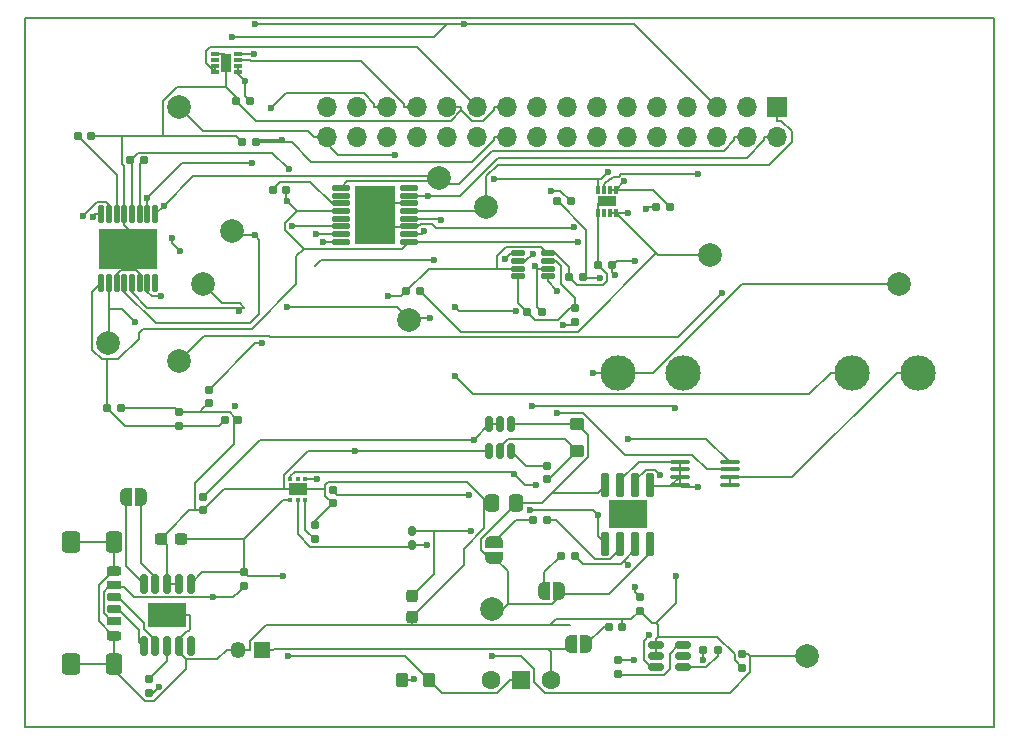
<source format=gbr>
%TF.GenerationSoftware,KiCad,Pcbnew,9.0.0*%
%TF.CreationDate,2025-03-28T21:29:49+02:00*%
%TF.ProjectId,project,70726f6a-6563-4742-9e6b-696361645f70,rev?*%
%TF.SameCoordinates,Original*%
%TF.FileFunction,Copper,L1,Top*%
%TF.FilePolarity,Positive*%
%FSLAX46Y46*%
G04 Gerber Fmt 4.6, Leading zero omitted, Abs format (unit mm)*
G04 Created by KiCad (PCBNEW 9.0.0) date 2025-03-28 21:29:49*
%MOMM*%
%LPD*%
G01*
G04 APERTURE LIST*
G04 Aperture macros list*
%AMRoundRect*
0 Rectangle with rounded corners*
0 $1 Rounding radius*
0 $2 $3 $4 $5 $6 $7 $8 $9 X,Y pos of 4 corners*
0 Add a 4 corners polygon primitive as box body*
4,1,4,$2,$3,$4,$5,$6,$7,$8,$9,$2,$3,0*
0 Add four circle primitives for the rounded corners*
1,1,$1+$1,$2,$3*
1,1,$1+$1,$4,$5*
1,1,$1+$1,$6,$7*
1,1,$1+$1,$8,$9*
0 Add four rect primitives between the rounded corners*
20,1,$1+$1,$2,$3,$4,$5,0*
20,1,$1+$1,$4,$5,$6,$7,0*
20,1,$1+$1,$6,$7,$8,$9,0*
20,1,$1+$1,$8,$9,$2,$3,0*%
%AMFreePoly0*
4,1,23,0.000000,0.745722,0.065263,0.745722,0.191342,0.711940,0.304381,0.646677,0.396677,0.554381,0.461940,0.441342,0.495722,0.315263,0.495722,0.250000,0.500000,0.250000,0.500000,-0.250000,0.495722,-0.250000,0.495722,-0.315263,0.461940,-0.441342,0.396677,-0.554381,0.304381,-0.646677,0.191342,-0.711940,0.065263,-0.745722,0.000000,-0.745722,0.000000,-0.750000,-0.500000,-0.750000,
-0.500000,0.750000,0.000000,0.750000,0.000000,0.745722,0.000000,0.745722,$1*%
%AMFreePoly1*
4,1,23,0.500000,-0.750000,0.000000,-0.750000,0.000000,-0.745722,-0.065263,-0.745722,-0.191342,-0.711940,-0.304381,-0.646677,-0.396677,-0.554381,-0.461940,-0.441342,-0.495722,-0.315263,-0.495722,-0.250000,-0.500000,-0.250000,-0.500000,0.250000,-0.495722,0.250000,-0.495722,0.315263,-0.461940,0.441342,-0.396677,0.554381,-0.304381,0.646677,-0.191342,0.711940,-0.065263,0.745722,0.000000,0.745722,
0.000000,0.750000,0.500000,0.750000,0.500000,-0.750000,0.500000,-0.750000,$1*%
G04 Aperture macros list end*
%TA.AperFunction,Conductor*%
%ADD10C,0.200000*%
%TD*%
%TA.AperFunction,SMDPad,CuDef*%
%ADD11RoundRect,0.150000X0.512500X0.150000X-0.512500X0.150000X-0.512500X-0.150000X0.512500X-0.150000X0*%
%TD*%
%TA.AperFunction,SMDPad,CuDef*%
%ADD12R,3.302000X2.413000*%
%TD*%
%TA.AperFunction,SMDPad,CuDef*%
%ADD13RoundRect,0.075000X-0.225000X0.910000X-0.225000X-0.910000X0.225000X-0.910000X0.225000X0.910000X0*%
%TD*%
%TA.AperFunction,SMDPad,CuDef*%
%ADD14RoundRect,0.160000X0.197500X0.160000X-0.197500X0.160000X-0.197500X-0.160000X0.197500X-0.160000X0*%
%TD*%
%TA.AperFunction,SMDPad,CuDef*%
%ADD15RoundRect,0.160000X-0.160000X0.197500X-0.160000X-0.197500X0.160000X-0.197500X0.160000X0.197500X0*%
%TD*%
%TA.AperFunction,SMDPad,CuDef*%
%ADD16RoundRect,0.160000X-0.197500X-0.160000X0.197500X-0.160000X0.197500X0.160000X-0.197500X0.160000X0*%
%TD*%
%TA.AperFunction,SMDPad,CuDef*%
%ADD17RoundRect,0.060000X-0.545000X-0.180000X0.545000X-0.180000X0.545000X0.180000X-0.545000X0.180000X0*%
%TD*%
%TA.AperFunction,SMDPad,CuDef*%
%ADD18RoundRect,0.250000X0.337500X0.475000X-0.337500X0.475000X-0.337500X-0.475000X0.337500X-0.475000X0*%
%TD*%
%TA.AperFunction,SMDPad,CuDef*%
%ADD19C,2.000000*%
%TD*%
%TA.AperFunction,SMDPad,CuDef*%
%ADD20RoundRect,0.150000X-0.150000X0.512500X-0.150000X-0.512500X0.150000X-0.512500X0.150000X0.512500X0*%
%TD*%
%TA.AperFunction,HeatsinkPad*%
%ADD21R,3.300000X2.100000*%
%TD*%
%TA.AperFunction,SMDPad,CuDef*%
%ADD22RoundRect,0.150000X-0.150000X0.687500X-0.150000X-0.687500X0.150000X-0.687500X0.150000X0.687500X0*%
%TD*%
%TA.AperFunction,ComponentPad*%
%ADD23R,1.500000X1.500000*%
%TD*%
%TA.AperFunction,ComponentPad*%
%ADD24C,1.600000*%
%TD*%
%TA.AperFunction,ComponentPad*%
%ADD25C,3.000000*%
%TD*%
%TA.AperFunction,ComponentPad*%
%ADD26O,3.000000X3.000000*%
%TD*%
%TA.AperFunction,SMDPad,CuDef*%
%ADD27RoundRect,0.250000X0.275000X0.350000X-0.275000X0.350000X-0.275000X-0.350000X0.275000X-0.350000X0*%
%TD*%
%TA.AperFunction,SMDPad,CuDef*%
%ADD28FreePoly0,180.000000*%
%TD*%
%TA.AperFunction,SMDPad,CuDef*%
%ADD29FreePoly1,180.000000*%
%TD*%
%TA.AperFunction,SMDPad,CuDef*%
%ADD30FreePoly1,0.000000*%
%TD*%
%TA.AperFunction,SMDPad,CuDef*%
%ADD31FreePoly0,0.000000*%
%TD*%
%TA.AperFunction,SMDPad,CuDef*%
%ADD32RoundRect,0.237500X-0.237500X0.300000X-0.237500X-0.300000X0.237500X-0.300000X0.237500X0.300000X0*%
%TD*%
%TA.AperFunction,SMDPad,CuDef*%
%ADD33RoundRect,0.155000X0.212500X0.155000X-0.212500X0.155000X-0.212500X-0.155000X0.212500X-0.155000X0*%
%TD*%
%TA.AperFunction,SMDPad,CuDef*%
%ADD34RoundRect,0.155000X-0.212500X-0.155000X0.212500X-0.155000X0.212500X0.155000X-0.212500X0.155000X0*%
%TD*%
%TA.AperFunction,SMDPad,CuDef*%
%ADD35RoundRect,0.155000X-0.155000X0.212500X-0.155000X-0.212500X0.155000X-0.212500X0.155000X0.212500X0*%
%TD*%
%TA.AperFunction,SMDPad,CuDef*%
%ADD36RoundRect,0.237500X0.300000X0.237500X-0.300000X0.237500X-0.300000X-0.237500X0.300000X-0.237500X0*%
%TD*%
%TA.AperFunction,ComponentPad*%
%ADD37R,1.350000X1.350000*%
%TD*%
%TA.AperFunction,ComponentPad*%
%ADD38O,1.350000X1.350000*%
%TD*%
%TA.AperFunction,SMDPad,CuDef*%
%ADD39FreePoly1,270.000000*%
%TD*%
%TA.AperFunction,SMDPad,CuDef*%
%ADD40FreePoly0,270.000000*%
%TD*%
%TA.AperFunction,SMDPad,CuDef*%
%ADD41RoundRect,0.093750X-0.106250X0.093750X-0.106250X-0.093750X0.106250X-0.093750X0.106250X0.093750X0*%
%TD*%
%TA.AperFunction,HeatsinkPad*%
%ADD42R,1.600000X1.000000*%
%TD*%
%TA.AperFunction,SMDPad,CuDef*%
%ADD43RoundRect,0.155000X0.155000X-0.212500X0.155000X0.212500X-0.155000X0.212500X-0.155000X-0.212500X0*%
%TD*%
%TA.AperFunction,SMDPad,CuDef*%
%ADD44RoundRect,0.056250X0.693750X0.168750X-0.693750X0.168750X-0.693750X-0.168750X0.693750X-0.168750X0*%
%TD*%
%TA.AperFunction,SMDPad,CuDef*%
%ADD45R,3.400000X5.000000*%
%TD*%
%TA.AperFunction,ComponentPad*%
%ADD46C,0.300000*%
%TD*%
%TA.AperFunction,SMDPad,CuDef*%
%ADD47RoundRect,0.035000X-0.105000X0.335000X-0.105000X-0.335000X0.105000X-0.335000X0.105000X0.335000X0*%
%TD*%
%TA.AperFunction,SMDPad,CuDef*%
%ADD48R,1.600000X0.900000*%
%TD*%
%TA.AperFunction,ComponentPad*%
%ADD49C,0.400000*%
%TD*%
%TA.AperFunction,SMDPad,CuDef*%
%ADD50RoundRect,0.250000X0.350000X-0.275000X0.350000X0.275000X-0.350000X0.275000X-0.350000X-0.275000X0*%
%TD*%
%TA.AperFunction,ComponentPad*%
%ADD51O,1.700000X1.700000*%
%TD*%
%TA.AperFunction,ComponentPad*%
%ADD52R,1.700000X1.700000*%
%TD*%
%TA.AperFunction,SMDPad,CuDef*%
%ADD53RoundRect,0.100000X0.712500X0.100000X-0.712500X0.100000X-0.712500X-0.100000X0.712500X-0.100000X0*%
%TD*%
%TA.AperFunction,SMDPad,CuDef*%
%ADD54RoundRect,0.035000X0.335000X0.105000X-0.335000X0.105000X-0.335000X-0.105000X0.335000X-0.105000X0*%
%TD*%
%TA.AperFunction,SMDPad,CuDef*%
%ADD55R,0.900000X1.600000*%
%TD*%
%TA.AperFunction,SMDPad,CuDef*%
%ADD56RoundRect,0.056250X0.168750X-0.693750X0.168750X0.693750X-0.168750X0.693750X-0.168750X-0.693750X0*%
%TD*%
%TA.AperFunction,SMDPad,CuDef*%
%ADD57R,5.000000X3.400000*%
%TD*%
%TA.AperFunction,SMDPad,CuDef*%
%ADD58RoundRect,0.175000X-0.425000X0.175000X-0.425000X-0.175000X0.425000X-0.175000X0.425000X0.175000X0*%
%TD*%
%TA.AperFunction,SMDPad,CuDef*%
%ADD59RoundRect,0.190000X0.410000X-0.190000X0.410000X0.190000X-0.410000X0.190000X-0.410000X-0.190000X0*%
%TD*%
%TA.AperFunction,SMDPad,CuDef*%
%ADD60RoundRect,0.200000X0.400000X-0.200000X0.400000X0.200000X-0.400000X0.200000X-0.400000X-0.200000X0*%
%TD*%
%TA.AperFunction,SMDPad,CuDef*%
%ADD61RoundRect,0.175000X0.425000X-0.175000X0.425000X0.175000X-0.425000X0.175000X-0.425000X-0.175000X0*%
%TD*%
%TA.AperFunction,SMDPad,CuDef*%
%ADD62RoundRect,0.190000X-0.410000X0.190000X-0.410000X-0.190000X0.410000X-0.190000X0.410000X0.190000X0*%
%TD*%
%TA.AperFunction,SMDPad,CuDef*%
%ADD63RoundRect,0.200000X-0.400000X0.200000X-0.400000X-0.200000X0.400000X-0.200000X0.400000X0.200000X0*%
%TD*%
%TA.AperFunction,SMDPad,CuDef*%
%ADD64RoundRect,0.250000X-0.425000X0.650000X-0.425000X-0.650000X0.425000X-0.650000X0.425000X0.650000X0*%
%TD*%
%TA.AperFunction,SMDPad,CuDef*%
%ADD65RoundRect,0.250000X-0.500000X0.650000X-0.500000X-0.650000X0.500000X-0.650000X0.500000X0.650000X0*%
%TD*%
%TA.AperFunction,SMDPad,CuDef*%
%ADD66RoundRect,0.160000X0.160000X-0.197500X0.160000X0.197500X-0.160000X0.197500X-0.160000X-0.197500X0*%
%TD*%
%TA.AperFunction,SMDPad,CuDef*%
%ADD67RoundRect,0.160000X-0.160000X0.222500X-0.160000X-0.222500X0.160000X-0.222500X0.160000X0.222500X0*%
%TD*%
%TA.AperFunction,ViaPad*%
%ADD68C,0.600000*%
%TD*%
G04 APERTURE END LIST*
%TO.N,Net-(U8-IN-)*%
D10*
X95500000Y-59500000D02*
X177500000Y-59500000D01*
X177500000Y-119500000D01*
X95500000Y-119500000D01*
X95500000Y-59500000D01*
%TD*%
D11*
%TO.P,U11,1*%
%TO.N,Net-(R15-Pad2)*%
X151137500Y-114450000D03*
%TO.P,U11,2*%
%TO.N,/3V3 Out*%
X151137500Y-113500000D03*
%TO.P,U11,3*%
%TO.N,Net-(R11-Pad2)*%
X151137500Y-112550000D03*
%TO.P,U11,4*%
%TO.N,GND*%
X148862500Y-112550000D03*
%TO.P,U11,5*%
X148862500Y-113500000D03*
%TO.P,U11,6*%
%TO.N,/FAST_CHARGE_CTRL*%
X148862500Y-114450000D03*
%TD*%
D12*
%TO.P,U5,9,EP*%
%TO.N,unconnected-(U5-EP-Pad9)*%
X146500000Y-101500000D03*
D13*
%TO.P,U5,8,CE*%
%TO.N,Net-(JP2-B)*%
X148405000Y-103975000D03*
%TO.P,U5,7,~{CHRG}*%
%TO.N,Net-(U5-~{CHRG})*%
X147135000Y-103975000D03*
%TO.P,U5,6,~{STDBY}*%
%TO.N,Net-(U5-~{STDBY})*%
X145865000Y-103975000D03*
%TO.P,U5,5,BAT*%
%TO.N,/BATT*%
X144595000Y-103975000D03*
%TO.P,U5,4,VCC*%
%TO.N,Net-(JP2-B)*%
X144595000Y-99025000D03*
%TO.P,U5,3,GND*%
%TO.N,GND*%
X145865000Y-99025000D03*
%TO.P,U5,2,PROG*%
%TO.N,Net-(U5-PROG)*%
X147135000Y-99025000D03*
%TO.P,U5,1,TEMP*%
%TO.N,GND*%
X148405000Y-99025000D03*
%TD*%
D14*
%TO.P,R3,2*%
%TO.N,GND*%
X141495000Y-81378700D03*
%TO.P,R3,1*%
%TO.N,Net-(U6-ADJ)*%
X142690000Y-81378700D03*
%TD*%
D15*
%TO.P,R8,2*%
%TO.N,/I2C1_SCL*%
X142000000Y-85195000D03*
%TO.P,R8,1*%
%TO.N,/3V3*%
X142000000Y-84000000D03*
%TD*%
D16*
%TO.P,R9,2*%
%TO.N,/I2C1_SDA*%
X139200000Y-84378700D03*
%TO.P,R9,1*%
%TO.N,/3V3*%
X138005000Y-84378700D03*
%TD*%
D17*
%TO.P,U8,8,A1*%
%TO.N,GND*%
X139710000Y-79378700D03*
%TO.P,U8,7,A0*%
%TO.N,/3V3*%
X139710000Y-80028700D03*
%TO.P,U8,6,SDA*%
%TO.N,/I2C1_SDA*%
X139710000Y-80678700D03*
%TO.P,U8,5,SCL*%
%TO.N,/I2C1_SCL*%
X139710000Y-81328700D03*
%TO.P,U8,4,VS*%
%TO.N,/3V3*%
X137200000Y-81328700D03*
%TO.P,U8,3,GND*%
%TO.N,GND*%
X137200000Y-80678700D03*
%TO.P,U8,2,IN-*%
%TO.N,Net-(U8-IN-)*%
X137200000Y-80028700D03*
%TO.P,U8,1,IN+*%
%TO.N,Net-(U8-IN+)*%
X137200000Y-79378700D03*
%TD*%
D18*
%TO.P,C10,1*%
%TO.N,Net-(JP2-B)*%
X137037500Y-100500000D03*
%TO.P,C10,2*%
%TO.N,GND*%
X134962500Y-100500000D03*
%TD*%
D19*
%TO.P,TP13,1,1*%
%TO.N,/MOTOR2_B_OUT*%
X134500000Y-75500000D03*
%TD*%
D20*
%TO.P,U4,1,FB*%
%TO.N,Net-(JP2-B)*%
X136645000Y-93862500D03*
%TO.P,U4,2,EN*%
%TO.N,/HV*%
X135695000Y-93862500D03*
%TO.P,U4,3,IN*%
X134745000Y-93862500D03*
%TO.P,U4,4,GND*%
%TO.N,GND*%
X134745000Y-96137500D03*
%TO.P,U4,5,SW*%
%TO.N,Net-(U4-SW)*%
X135695000Y-96137500D03*
%TO.P,U4,6,BST*%
%TO.N,Net-(U4-BST)*%
X136645000Y-96137500D03*
%TD*%
D21*
%TO.P,U2,11,GND*%
%TO.N,GND*%
X107500000Y-110000000D03*
D22*
%TO.P,U2,10,PG*%
%TO.N,unconnected-(U2-PG-Pad10)*%
X109500000Y-112637500D03*
%TO.P,U2,9,CFG1*%
%TO.N,GND*%
X108500000Y-112637500D03*
%TO.P,U2,8,VBUS*%
%TO.N,Net-(U2-VBUS)*%
X107500000Y-112637500D03*
%TO.P,U2,7,CC1*%
%TO.N,Net-(J2-CC1)*%
X106500000Y-112637500D03*
%TO.P,U2,6,CC2*%
%TO.N,Net-(J2-CC2)*%
X105500000Y-112637500D03*
%TO.P,U2,5,DM*%
%TO.N,Net-(JP4-B)*%
X105500000Y-107362500D03*
%TO.P,U2,4,DP*%
%TO.N,Net-(JP4-A)*%
X106500000Y-107362500D03*
%TO.P,U2,3,CFG3*%
%TO.N,GND*%
X107500000Y-107362500D03*
%TO.P,U2,2,CFG2*%
X108500000Y-107362500D03*
%TO.P,U2,1,VDD*%
%TO.N,/Battery*%
X109500000Y-107362500D03*
%TD*%
D19*
%TO.P,TP8,1,1*%
%TO.N,/MOTOR4_A_OUT*%
X108500000Y-88500000D03*
%TD*%
%TO.P,TP9,1,1*%
%TO.N,/MOTOR4_B_OUT*%
X110500000Y-82000000D03*
%TD*%
%TO.P,TP10,1,1*%
%TO.N,/MOTOR1_A_OUT*%
X108503000Y-67000000D03*
%TD*%
%TO.P,TP6,1,1*%
%TO.N,/MOTOR3_A_OUT*%
X102500000Y-87000000D03*
%TD*%
D15*
%TO.P,R14,1*%
%TO.N,/EXT_LOAD1_OUT*%
X156195000Y-113305000D03*
%TO.P,R14,2*%
%TO.N,GND*%
X156195000Y-114500000D03*
%TD*%
D23*
%TO.P,SW1,1,B*%
%TO.N,/Battery*%
X137460000Y-115500000D03*
D24*
%TO.P,SW1,2,C*%
%TO.N,unconnected-(SW1-C-Pad2)*%
X134920000Y-115500000D03*
%TO.P,SW1,3,A*%
%TO.N,/BATT*%
X140000000Y-115500000D03*
%TD*%
D16*
%TO.P,R15,1*%
%TO.N,Net-(U5-PROG)*%
X152902500Y-113000000D03*
%TO.P,R15,2*%
%TO.N,Net-(R15-Pad2)*%
X154097500Y-113000000D03*
%TD*%
D25*
%TO.P,R16,1,1*%
%TO.N,/BATT*%
X145650000Y-89500000D03*
D26*
%TO.P,R16,2,2*%
%TO.N,Net-(U8-IN+)*%
X151200000Y-89500000D03*
%TO.P,R16,3,3*%
%TO.N,Net-(U8-IN-)*%
X165500000Y-89500000D03*
%TO.P,R16,4,4*%
%TO.N,/Battery*%
X171050000Y-89500000D03*
%TD*%
D19*
%TO.P,TP7,1,1*%
%TO.N,/MOTOR3_B_OUT*%
X113000000Y-77500000D03*
%TD*%
%TO.P,TP5,1,1*%
%TO.N,Net-(JP2-B)*%
X135000000Y-109500000D03*
%TD*%
D14*
%TO.P,R6,1*%
%TO.N,/5V Out*%
X150097500Y-75500000D03*
%TO.P,R6,2*%
%TO.N,Net-(U7-FB)*%
X148902500Y-75500000D03*
%TD*%
D15*
%TO.P,R11,1*%
%TO.N,Net-(U5-PROG)*%
X145695000Y-113805000D03*
%TO.P,R11,2*%
%TO.N,Net-(R11-Pad2)*%
X145695000Y-115000000D03*
%TD*%
%TO.P,R2,1*%
%TO.N,Net-(U2-VBUS)*%
X106000000Y-115402500D03*
%TO.P,R2,2*%
%TO.N,Net-(J2-VBUS-PadA9)*%
X106000000Y-116597500D03*
%TD*%
D27*
%TO.P,L2,1*%
%TO.N,/Battery*%
X129650000Y-115500000D03*
%TO.P,L2,2*%
%TO.N,Net-(D3-A)*%
X127350000Y-115500000D03*
%TD*%
D28*
%TO.P,JP4,2,B*%
%TO.N,Net-(JP4-B)*%
X104000000Y-100000000D03*
D29*
%TO.P,JP4,1,A*%
%TO.N,Net-(JP4-A)*%
X105300000Y-100000000D03*
%TD*%
%TO.P,JP3,1,A*%
%TO.N,Net-(JP2-B)*%
X140695000Y-108000000D03*
D28*
%TO.P,JP3,2,B*%
%TO.N,Net-(JP3-B)*%
X139395000Y-108000000D03*
%TD*%
D30*
%TO.P,JP1,1,A*%
%TO.N,/BATT*%
X141700000Y-112500000D03*
D31*
%TO.P,JP1,2,B*%
%TO.N,Net-(JP1-B)*%
X143000000Y-112500000D03*
%TD*%
D32*
%TO.P,C14,1*%
%TO.N,/5V Out*%
X128195000Y-108427500D03*
%TO.P,C14,2*%
%TO.N,GND*%
X128195000Y-110152500D03*
%TD*%
D33*
%TO.P,C17,1*%
%TO.N,/5V Out*%
X115000000Y-70000000D03*
%TO.P,C17,2*%
%TO.N,GND*%
X113865000Y-70000000D03*
%TD*%
D34*
%TO.P,C12,1*%
%TO.N,/Battery*%
X104365000Y-71500000D03*
%TO.P,C12,2*%
%TO.N,Net-(U3-VCP)*%
X105500000Y-71500000D03*
%TD*%
D35*
%TO.P,C13,1*%
%TO.N,/3V3 Out*%
X121500000Y-99432500D03*
%TO.P,C13,2*%
%TO.N,GND*%
X121500000Y-100567500D03*
%TD*%
D36*
%TO.P,C15,1*%
%TO.N,/Battery*%
X108682500Y-103542500D03*
%TO.P,C15,2*%
%TO.N,GND*%
X106957500Y-103542500D03*
%TD*%
D35*
%TO.P,C9,1*%
%TO.N,Net-(U4-BST)*%
X139695000Y-97365000D03*
%TO.P,C9,2*%
%TO.N,Net-(U4-SW)*%
X139695000Y-98500000D03*
%TD*%
D33*
%TO.P,C8,1*%
%TO.N,/Battery*%
X117570500Y-74000000D03*
%TO.P,C8,2*%
%TO.N,Net-(U1-VCP)*%
X116435500Y-74000000D03*
%TD*%
D35*
%TO.P,C7,1*%
%TO.N,/HV*%
X110500000Y-100000000D03*
%TO.P,C7,2*%
%TO.N,GND*%
X110500000Y-101135000D03*
%TD*%
D37*
%TO.P,J3,1,Pin_1*%
%TO.N,/BATT*%
X115500000Y-113000000D03*
D38*
%TO.P,J3,2,Pin_2*%
%TO.N,GND*%
X113500000Y-113000000D03*
%TD*%
D39*
%TO.P,JP2,1,A*%
%TO.N,Net-(JP2-A)*%
X135195000Y-103850000D03*
D40*
%TO.P,JP2,2,B*%
%TO.N,Net-(JP2-B)*%
X135195000Y-105150000D03*
%TD*%
D41*
%TO.P,U7,1,VIN*%
%TO.N,/Battery*%
X119195000Y-98500000D03*
%TO.P,U7,2*%
%TO.N,N/C*%
X118545000Y-98500000D03*
%TO.P,U7,3,FB*%
%TO.N,Net-(U7-FB)*%
X117895000Y-98500000D03*
%TO.P,U7,4,EN*%
%TO.N,/Battery*%
X117895000Y-100275000D03*
%TO.P,U7,5,SW*%
%TO.N,Net-(D3-A)*%
X118545000Y-100275000D03*
%TO.P,U7,6,OC*%
%TO.N,Net-(U7-OC)*%
X119195000Y-100275000D03*
D42*
%TO.P,U7,7,GND*%
%TO.N,GND*%
X118545000Y-99387500D03*
%TD*%
D43*
%TO.P,C1,1*%
%TO.N,/Battery*%
X108503000Y-93997600D03*
%TO.P,C1,2*%
%TO.N,GND*%
X108503000Y-92862600D03*
%TD*%
D33*
%TO.P,C5,1*%
%TO.N,GND*%
X101067500Y-69500000D03*
%TO.P,C5,2*%
%TO.N,Net-(U3-VINT)*%
X99932500Y-69500000D03*
%TD*%
D34*
%TO.P,C11,1*%
%TO.N,Net-(JP1-B)*%
X144865000Y-111000000D03*
%TO.P,C11,2*%
%TO.N,GND*%
X146000000Y-111000000D03*
%TD*%
D33*
%TO.P,C4,1*%
%TO.N,GND*%
X103570500Y-92497600D03*
%TO.P,C4,2*%
%TO.N,/Battery*%
X102435500Y-92497600D03*
%TD*%
D44*
%TO.P,U1,1,NSLEEP*%
%TO.N,/Battery*%
X128000000Y-78400000D03*
%TO.P,U1,2,AOUT1*%
%TO.N,/MOTOR1_A_OUT*%
X128000000Y-77750000D03*
%TO.P,U1,3,AISEN*%
%TO.N,GND*%
X128000000Y-77100000D03*
%TO.P,U1,4,AOUT2*%
%TO.N,/MOTOR1_B_OUT*%
X128000000Y-76450000D03*
%TO.P,U1,5,BOUT2*%
%TO.N,/MOTOR2_B_OUT*%
X128000000Y-75800000D03*
%TO.P,U1,6,BISEN*%
%TO.N,GND*%
X128000000Y-75150000D03*
%TO.P,U1,7,BOUT1*%
%TO.N,/MOTOR2_A_OUT*%
X128000000Y-74500000D03*
%TO.P,U1,8,~{NFAULT}*%
%TO.N,unconnected-(U1-~{NFAULT}-Pad8)*%
X128000000Y-73850000D03*
%TO.P,U1,9,BIN1*%
%TO.N,/MOTOR2_CTRL1*%
X122200000Y-73850000D03*
%TO.P,U1,10,BIN2*%
%TO.N,/MOTOR2_CTRL2*%
X122200000Y-74500000D03*
%TO.P,U1,11,VCP*%
%TO.N,Net-(U1-VCP)*%
X122200000Y-75150000D03*
%TO.P,U1,12,VM*%
%TO.N,/Battery*%
X122200000Y-75800000D03*
%TO.P,U1,13,GND*%
%TO.N,GND*%
X122200000Y-76450000D03*
%TO.P,U1,14,VINT*%
%TO.N,Net-(U1-VINT)*%
X122200000Y-77100000D03*
%TO.P,U1,15,AIN2*%
%TO.N,/MOTOR1_CTRL2*%
X122200000Y-77750000D03*
%TO.P,U1,16,AIN1*%
%TO.N,/MOTOR1_CTRL1*%
X122200000Y-78400000D03*
D45*
%TO.P,U1,17,EXP*%
%TO.N,GND*%
X125100000Y-76125000D03*
D46*
%TO.P,U1,18*%
%TO.N,N/C*%
X126100000Y-77925000D03*
%TO.P,U1,19*%
X125100000Y-77925000D03*
%TO.P,U1,20*%
X124100000Y-77925000D03*
%TO.P,U1,21*%
X126100000Y-76725000D03*
%TO.P,U1,22*%
X125100000Y-76725000D03*
%TO.P,U1,23*%
X124100000Y-76725000D03*
%TO.P,U1,24*%
X126100000Y-75525000D03*
%TO.P,U1,25*%
X125100000Y-75525000D03*
%TO.P,U1,26*%
X124100000Y-75525000D03*
%TO.P,U1,27*%
X126100000Y-74325000D03*
%TO.P,U1,28*%
X125100000Y-74325000D03*
%TO.P,U1,29*%
X124100000Y-74325000D03*
%TD*%
D14*
%TO.P,R4,1*%
%TO.N,/3V3 Out*%
X141695000Y-75000000D03*
%TO.P,R4,2*%
%TO.N,Net-(U6-ADJ)*%
X140500000Y-75000000D03*
%TD*%
D47*
%TO.P,U9,1,VIN*%
%TO.N,/5V Out*%
X145500000Y-74000000D03*
%TO.P,U9,2,VIN*%
X145000000Y-74000000D03*
%TO.P,U9,3,ON*%
%TO.N,/CTRL_EXT_LOAD2*%
X144500000Y-74000000D03*
%TO.P,U9,4,VBIAS*%
%TO.N,/5V Out*%
X144000000Y-74000000D03*
%TO.P,U9,5,GND*%
%TO.N,GND*%
X144000000Y-75970000D03*
%TO.P,U9,6,CT*%
%TO.N,unconnected-(U9-CT-Pad6)*%
X144500000Y-75970000D03*
%TO.P,U9,7,VOUT*%
%TO.N,/EXT_LOAD2_OUT*%
X145000000Y-75970000D03*
%TO.P,U9,8,VOUT*%
X145500000Y-75970000D03*
D48*
%TO.P,U9,9,GND*%
%TO.N,GND*%
X144750000Y-74985000D03*
D49*
%TO.P,U9,9_1,GND*%
X145300000Y-74985000D03*
%TO.P,U9,9_2,GND*%
X144200000Y-74985000D03*
%TD*%
D33*
%TO.P,C16,1*%
%TO.N,/5V Out*%
X114500000Y-66500000D03*
%TO.P,C16,2*%
%TO.N,GND*%
X113365000Y-66500000D03*
%TD*%
D50*
%TO.P,L1,1,1*%
%TO.N,Net-(U4-SW)*%
X142195000Y-96162500D03*
%TO.P,L1,2,2*%
%TO.N,Net-(JP2-B)*%
X142195000Y-93862500D03*
%TD*%
D33*
%TO.P,C2,1*%
%TO.N,GND*%
X113503000Y-93497600D03*
%TO.P,C2,2*%
%TO.N,/Battery*%
X112368000Y-93497600D03*
%TD*%
D51*
%TO.P,J1,32,Pin_32*%
%TO.N,/MOTOR1_A_OUT*%
X121060000Y-69540000D03*
%TO.P,J1,31,Pin_31*%
%TO.N,/MOTOR1_B_OUT*%
X121060000Y-67000000D03*
%TO.P,J1,30,Pin_30*%
%TO.N,/MOTOR1_CTRL2*%
X123600000Y-69540000D03*
%TO.P,J1,29,Pin_29*%
%TO.N,/MOTOR3_B_OUT*%
X123600000Y-67000000D03*
%TO.P,J1,28,Pin_28*%
%TO.N,/MOTOR1_CTRL1*%
X126140000Y-69540000D03*
%TO.P,J1,27,Pin_27*%
%TO.N,/MOTOR3_A_OUT*%
X126140000Y-67000000D03*
%TO.P,J1,26,Pin_26*%
%TO.N,/MOTOR3_CTRL2*%
X128680000Y-69540000D03*
%TO.P,J1,25,Pin_25*%
%TO.N,/CTRL_EXT_LOAD1*%
X128680000Y-67000000D03*
%TO.P,J1,24,Pin_24*%
%TO.N,/MOTOR3_CTRL1*%
X131220000Y-69540000D03*
%TO.P,J1,23,Pin_23*%
%TO.N,GND*%
X131220000Y-67000000D03*
%TO.P,J1,22,Pin_22*%
%TO.N,/HV*%
X133760000Y-69540000D03*
%TO.P,J1,21,Pin_21*%
%TO.N,/EXT_LOAD1_OUT*%
X133760000Y-67000000D03*
%TO.P,J1,20,Pin_20*%
%TO.N,/5V Out*%
X136300000Y-69540000D03*
%TO.P,J1,19,Pin_19*%
%TO.N,GND*%
X136300000Y-67000000D03*
%TO.P,J1,18,Pin_18*%
%TO.N,/3V3 Out*%
X138840000Y-69540000D03*
%TO.P,J1,17,Pin_17*%
%TO.N,/I2C1_SDA*%
X138840000Y-67000000D03*
%TO.P,J1,16,Pin_16*%
%TO.N,/I2C1_SCL*%
X141380000Y-69540000D03*
%TO.P,J1,15,Pin_15*%
%TO.N,unconnected-(J1-Pin_15-Pad15)*%
X141380000Y-67000000D03*
%TO.P,J1,14,Pin_14*%
%TO.N,/Battery*%
X143920000Y-69540000D03*
%TO.P,J1,13,Pin_13*%
%TO.N,/FAST_CHARGE_CTRL*%
X143920000Y-67000000D03*
%TO.P,J1,12,Pin_12*%
%TO.N,/USART2_TX*%
X146460000Y-69540000D03*
%TO.P,J1,11,Pin_11*%
%TO.N,/EXT_LOAD2_OUT*%
X146460000Y-67000000D03*
%TO.P,J1,10,Pin_10*%
%TO.N,/MOTOR4_CTRL2*%
X149000000Y-69540000D03*
%TO.P,J1,9,Pin_9*%
%TO.N,/USART2_RX*%
X149000000Y-67000000D03*
%TO.P,J1,8,Pin_8*%
%TO.N,/MOTOR4_CTRL1*%
X151540000Y-69540000D03*
%TO.P,J1,7,Pin_7*%
%TO.N,/CTRL_EXT_LOAD2*%
X151540000Y-67000000D03*
%TO.P,J1,6,Pin_6*%
%TO.N,/MOTOR2_CTRL2*%
X154080000Y-69540000D03*
%TO.P,J1,5,Pin_5*%
%TO.N,/Motor4_B_OUT*%
X154080000Y-67000000D03*
%TO.P,J1,4,Pin_4*%
%TO.N,/MOTOR2_CTRL1*%
X156620000Y-69540000D03*
%TO.P,J1,3,Pin_3*%
%TO.N,/Motor4_A_OUT*%
X156620000Y-67000000D03*
%TO.P,J1,2,Pin_2*%
%TO.N,/Motor2_A_OUT*%
X159160000Y-69540000D03*
D52*
%TO.P,J1,1,Pin_1*%
%TO.N,/Motor2_B_OUT*%
X159160000Y-67000000D03*
%TD*%
D15*
%TO.P,R1,1*%
%TO.N,/Battery*%
X114000000Y-106402500D03*
%TO.P,R1,2*%
%TO.N,Net-(J2-VBUS-PadA9)*%
X114000000Y-107597500D03*
%TD*%
D16*
%TO.P,R13,1*%
%TO.N,Net-(JP3-B)*%
X140805000Y-105000000D03*
%TO.P,R13,2*%
%TO.N,Net-(U5-~{CHRG})*%
X142000000Y-105000000D03*
%TD*%
D53*
%TO.P,U6,1,EN*%
%TO.N,/Battery*%
X155112500Y-98975000D03*
%TO.P,U6,2,IN*%
X155112500Y-98325000D03*
%TO.P,U6,3,OUT*%
%TO.N,/3V3 Out*%
X155112500Y-97675000D03*
%TO.P,U6,4,ADJ*%
%TO.N,Net-(U6-ADJ)*%
X155112500Y-97025000D03*
%TO.P,U6,5,GND*%
%TO.N,GND*%
X150887500Y-97025000D03*
%TO.P,U6,6,GND*%
X150887500Y-97675000D03*
%TO.P,U6,7,GND*%
X150887500Y-98325000D03*
%TO.P,U6,8,GND*%
X150887500Y-98975000D03*
%TD*%
D14*
%TO.P,R7,1*%
%TO.N,Net-(U7-FB)*%
X145190000Y-80378700D03*
%TO.P,R7,2*%
%TO.N,GND*%
X143995000Y-80378700D03*
%TD*%
D19*
%TO.P,TP14,1,1*%
%TO.N,/EXT_LOAD2_OUT*%
X153500000Y-79500000D03*
%TD*%
%TO.P,TP2,1,1*%
%TO.N,/BATT*%
X169500000Y-82000000D03*
%TD*%
%TO.P,TP1,1,1*%
%TO.N,/EXT_LOAD1_OUT*%
X161695000Y-113500000D03*
%TD*%
D14*
%TO.P,R5,1*%
%TO.N,/EXT_LOAD2_OUT*%
X128925000Y-82600000D03*
%TO.P,R5,2*%
%TO.N,GND*%
X127730000Y-82600000D03*
%TD*%
D54*
%TO.P,U10,1,VIN*%
%TO.N,/5V Out*%
X113500000Y-64000000D03*
%TO.P,U10,2,VIN*%
X113500000Y-63500000D03*
%TO.P,U10,3,ON*%
%TO.N,/CTRL_EXT_LOAD1*%
X113500000Y-63000000D03*
%TO.P,U10,4,VBIAS*%
%TO.N,/5V Out*%
X113500000Y-62500000D03*
%TO.P,U10,5,GND*%
%TO.N,GND*%
X111530000Y-62500000D03*
%TO.P,U10,6,CT*%
%TO.N,unconnected-(U10-CT-Pad6)*%
X111530000Y-63000000D03*
%TO.P,U10,7,VOUT*%
%TO.N,/EXT_LOAD1_OUT*%
X111530000Y-63500000D03*
%TO.P,U10,8,VOUT*%
X111530000Y-64000000D03*
D55*
%TO.P,U10,9,GND*%
%TO.N,GND*%
X112515000Y-63250000D03*
D49*
%TO.P,U10,9_1,GND*%
X112515000Y-63800000D03*
%TO.P,U10,9_2,GND*%
X112515000Y-62700000D03*
%TD*%
D19*
%TO.P,TP12,1,1*%
%TO.N,/MOTOR2_A_OUT*%
X130500000Y-73000000D03*
%TD*%
D43*
%TO.P,C3,1*%
%TO.N,GND*%
X111000000Y-92067500D03*
%TO.P,C3,2*%
%TO.N,Net-(U1-VINT)*%
X111000000Y-90932500D03*
%TD*%
D56*
%TO.P,U3,1,NSLEEP*%
%TO.N,/Battery*%
X101925000Y-81900000D03*
%TO.P,U3,2,AOUT1*%
%TO.N,/MOTOR3_A_OUT*%
X102575000Y-81900000D03*
%TO.P,U3,3,AISEN*%
%TO.N,GND*%
X103225000Y-81900000D03*
%TO.P,U3,4,AOUT2*%
%TO.N,/MOTOR3_B_OUT*%
X103875000Y-81900000D03*
%TO.P,U3,5,BOUT2*%
%TO.N,/MOTOR4_B_OUT*%
X104525000Y-81900000D03*
%TO.P,U3,6,BISEN*%
%TO.N,GND*%
X105175000Y-81900000D03*
%TO.P,U3,7,BOUT1*%
%TO.N,/MOTOR4_A_OUT*%
X105825000Y-81900000D03*
%TO.P,U3,8,~{NFAULT}*%
%TO.N,unconnected-(U3-~{NFAULT}-Pad8)*%
X106475000Y-81900000D03*
%TO.P,U3,9,BIN1*%
%TO.N,/MOTOR3_CTRL1*%
X106475000Y-76100000D03*
%TO.P,U3,10,BIN2*%
%TO.N,/MOTOR3_CTRL2*%
X105825000Y-76100000D03*
%TO.P,U3,11,VCP*%
%TO.N,Net-(U3-VCP)*%
X105175000Y-76100000D03*
%TO.P,U3,12,VM*%
%TO.N,/Battery*%
X104525000Y-76100000D03*
%TO.P,U3,13,GND*%
%TO.N,GND*%
X103875000Y-76100000D03*
%TO.P,U3,14,VINT*%
%TO.N,Net-(U3-VINT)*%
X103225000Y-76100000D03*
%TO.P,U3,15,AIN2*%
%TO.N,/MOTOR3_CTRL2*%
X102575000Y-76100000D03*
%TO.P,U3,16,AIN1*%
%TO.N,/MOTOR3_CTRL1*%
X101925000Y-76100000D03*
D57*
%TO.P,U3,17,EXP*%
%TO.N,GND*%
X104200000Y-79000000D03*
D46*
%TO.P,U3,18*%
%TO.N,N/C*%
X102400000Y-80000000D03*
%TO.P,U3,19*%
X102400000Y-79000000D03*
%TO.P,U3,20*%
X102400000Y-78000000D03*
%TO.P,U3,21*%
X103600000Y-80000000D03*
%TO.P,U3,22*%
X103600000Y-79000000D03*
%TO.P,U3,23*%
X103600000Y-78000000D03*
%TO.P,U3,24*%
X104800000Y-80000000D03*
%TO.P,U3,25*%
X104800000Y-79000000D03*
%TO.P,U3,26*%
X104800000Y-78000000D03*
%TO.P,U3,27*%
X106000000Y-80000000D03*
%TO.P,U3,28*%
X106000000Y-79000000D03*
%TO.P,U3,29*%
X106000000Y-78000000D03*
%TD*%
D58*
%TO.P,J2,A5,CC1*%
%TO.N,Net-(J2-CC1)*%
X103032500Y-108500000D03*
D59*
%TO.P,J2,A9,VBUS*%
%TO.N,Net-(J2-VBUS-PadA9)*%
X103032500Y-110520000D03*
D60*
%TO.P,J2,A12,GND*%
%TO.N,GND*%
X103032500Y-111750000D03*
D61*
%TO.P,J2,B5,CC2*%
%TO.N,Net-(J2-CC2)*%
X103032500Y-109500000D03*
D62*
%TO.P,J2,B9,VBUS*%
%TO.N,Net-(J2-VBUS-PadA9)*%
X103032500Y-107480000D03*
D63*
%TO.P,J2,B12,GND*%
%TO.N,GND*%
X103032500Y-106250000D03*
D64*
%TO.P,J2,S1,SHIELD*%
X102977500Y-103875000D03*
D65*
X99397500Y-103875000D03*
D64*
X102977500Y-114125000D03*
D65*
X99397500Y-114125000D03*
%TD*%
D19*
%TO.P,TP11,1,1*%
%TO.N,/MOTOR1_B_OUT*%
X128000000Y-85000000D03*
%TD*%
D66*
%TO.P,R10,1*%
%TO.N,Net-(U7-OC)*%
X120000000Y-103597500D03*
%TO.P,R10,2*%
%TO.N,GND*%
X120000000Y-102402500D03*
%TD*%
D35*
%TO.P,C6,1*%
%TO.N,/Battery*%
X147500000Y-108500000D03*
%TO.P,C6,2*%
%TO.N,GND*%
X147500000Y-109635000D03*
%TD*%
D16*
%TO.P,R12,1*%
%TO.N,Net-(JP2-A)*%
X138500000Y-102000000D03*
%TO.P,R12,2*%
%TO.N,Net-(U5-~{STDBY})*%
X139695000Y-102000000D03*
%TD*%
D67*
%TO.P,D3,1,K*%
%TO.N,/5V Out*%
X128195000Y-102927500D03*
%TO.P,D3,2,A*%
%TO.N,Net-(D3-A)*%
X128195000Y-104072500D03*
%TD*%
D68*
%TO.N,Net-(U8-IN-)*%
X138435000Y-79429200D03*
X137045200Y-84308000D03*
X131862600Y-83922800D03*
X131865300Y-89790800D03*
%TO.N,/MOTOR2_A_OUT*%
X129618000Y-74500000D03*
X130084000Y-79936600D03*
%TO.N,/MOTOR4_B_OUT*%
X114974000Y-59960100D03*
X110500000Y-82000000D03*
X113013000Y-61064600D03*
%TO.N,/MOTOR4_A_OUT*%
X107012000Y-83040300D03*
X113221000Y-92282000D03*
X108580400Y-79177500D03*
X107891200Y-78113100D03*
%TO.N,Net-(U8-IN+)*%
X136075000Y-79899400D03*
X138407500Y-92338500D03*
X150461400Y-92489400D03*
%TO.N,Net-(U5-~{CHRG})*%
X146475700Y-105805200D03*
%TO.N,Net-(U5-PROG)*%
X147017600Y-113805000D03*
X152902500Y-113846700D03*
X149225700Y-98167300D03*
%TO.N,Net-(U7-FB)*%
X136888000Y-98112300D03*
X148025000Y-75630100D03*
X147107000Y-80000100D03*
X138704000Y-99019500D03*
X145451000Y-81229500D03*
%TO.N,Net-(U6-ADJ)*%
X144156000Y-81446000D03*
X146480600Y-95072300D03*
%TO.N,/BATT*%
X138188900Y-101163200D03*
X143525600Y-89500000D03*
X143972400Y-101563000D03*
%TO.N,Net-(J2-VBUS-PadA9)*%
X111365000Y-108518000D03*
X106802000Y-116090000D03*
%TO.N,/MOTOR1_B_OUT*%
X117635000Y-83944200D03*
X130708000Y-76591300D03*
X129779000Y-84826200D03*
%TO.N,/I2C1_SCL*%
X140534000Y-82542700D03*
X141022000Y-85445800D03*
%TO.N,/MOTOR1_CTRL2*%
X120082000Y-77721500D03*
%TO.N,/Motor4_A_OUT*%
X154455000Y-82765600D03*
%TO.N,/MOTOR1_A_OUT*%
X126775000Y-71039800D03*
X129270000Y-77512900D03*
%TO.N,/MOTOR3_A_OUT*%
X116252000Y-67118200D03*
X104754700Y-85212500D03*
%TO.N,/EXT_LOAD1_OUT*%
X134972000Y-113514000D03*
%TO.N,/FAST_CHARGE_CTRL*%
X148307200Y-111744500D03*
%TO.N,/CTRL_EXT_LOAD2*%
X152437000Y-72696600D03*
%TO.N,/I2C1_SDA*%
X138603000Y-80478000D03*
%TO.N,/EXT_LOAD2_OUT*%
X146517000Y-75970000D03*
%TO.N,/MOTOR3_CTRL2*%
X100361000Y-76229000D03*
X105825000Y-74729700D03*
X114688000Y-71778200D03*
%TO.N,/MOTOR1_CTRL1*%
X120690000Y-78400000D03*
%TO.N,/Motor4_B_OUT*%
X113614100Y-84236100D03*
X132644400Y-59960100D03*
%TO.N,/MOTOR3_B_OUT*%
X114922000Y-77849900D03*
%TO.N,/MOTOR3_CTRL1*%
X101197000Y-76315200D03*
X107220000Y-75355400D03*
X131155000Y-72860700D03*
%TO.N,Net-(D3-A)*%
X129460000Y-104072000D03*
X128403000Y-115468000D03*
%TO.N,/5V Out*%
X133245000Y-102919000D03*
X135153000Y-73092700D03*
X114086000Y-64825000D03*
X117236000Y-69821100D03*
X114857000Y-62510700D03*
X144837000Y-72477200D03*
X146204000Y-73298300D03*
%TO.N,/3V3 Out*%
X139964000Y-74100900D03*
X133085000Y-99839900D03*
X140490200Y-92940300D03*
%TO.N,/HV*%
X133439000Y-95168100D03*
%TO.N,Net-(U1-VINT)*%
X118068000Y-77100000D03*
X115553900Y-86995500D03*
%TO.N,/Battery*%
X142323000Y-78400000D03*
X117696000Y-113470000D03*
X117315000Y-106712000D03*
X120192000Y-98474100D03*
X117788000Y-72259000D03*
X117682000Y-74991700D03*
X147077600Y-107604300D03*
%TO.N,GND*%
X141908000Y-77175800D03*
X126194000Y-83012400D03*
X152423100Y-99135900D03*
X150552000Y-106712500D03*
X123398400Y-96137500D03*
%TD*%
D10*
%TO.N,Net-(JP2-A)*%
X137045000Y-102000000D02*
X135195000Y-103850000D01*
X138500000Y-102000000D02*
X137045000Y-102000000D01*
%TO.N,Net-(JP4-A)*%
X105300000Y-105620000D02*
X105300000Y-100000000D01*
X106500000Y-106820000D02*
X105300000Y-105620000D01*
X106500000Y-107362000D02*
X106500000Y-106820000D01*
X106500000Y-107362000D02*
X106500000Y-107362500D01*
%TO.N,Net-(U8-IN-)*%
X137836000Y-80028700D02*
X137200000Y-80028700D01*
X138435000Y-79429200D02*
X137836000Y-80028700D01*
X165500000Y-89500000D02*
X163698300Y-89500000D01*
X161863300Y-91335000D02*
X163698300Y-89500000D01*
X133409500Y-91335000D02*
X161863300Y-91335000D01*
X131865300Y-89790800D02*
X133409500Y-91335000D01*
X132247800Y-84308000D02*
X131862600Y-83922800D01*
X137045200Y-84308000D02*
X132247800Y-84308000D01*
%TO.N,Net-(JP4-B)*%
X104000000Y-105862000D02*
X105500000Y-107362000D01*
X104000000Y-100000000D02*
X104000000Y-105862000D01*
X105500000Y-107362000D02*
X105500000Y-107362500D01*
%TO.N,/MOTOR2_A_OUT*%
X120563000Y-79936600D02*
X120000000Y-80500000D01*
X130084000Y-79936600D02*
X120563000Y-79936600D01*
X129618000Y-74500000D02*
X128000000Y-74500000D01*
%TO.N,/MOTOR4_B_OUT*%
X130102000Y-61064600D02*
X113013000Y-61064600D01*
X131207000Y-59960100D02*
X130102000Y-61064600D01*
X114974000Y-59960100D02*
X131207000Y-59960100D01*
%TO.N,/MOTOR4_A_OUT*%
X107891200Y-78488300D02*
X107891200Y-78113100D01*
X108580400Y-79177500D02*
X107891200Y-78488300D01*
%TO.N,Net-(U8-IN+)*%
X136596000Y-79378700D02*
X137200000Y-79378700D01*
X136075000Y-79899400D02*
X136596000Y-79378700D01*
X150310500Y-92338500D02*
X150461400Y-92489400D01*
X138407500Y-92338500D02*
X150310500Y-92338500D01*
%TO.N,Net-(R15-Pad2)*%
X153160500Y-114450000D02*
X151137500Y-114450000D01*
X154097500Y-113513000D02*
X153160500Y-114450000D01*
X154097500Y-113000000D02*
X154097500Y-113513000D01*
%TO.N,Net-(U5-~{CHRG})*%
X145898400Y-105702500D02*
X146135700Y-105465200D01*
X142702500Y-105702500D02*
X145898400Y-105702500D01*
X142000000Y-105000000D02*
X142702500Y-105702500D01*
X146475700Y-105805200D02*
X146135700Y-105465200D01*
X147135000Y-104465900D02*
X147135000Y-103975000D01*
X146135700Y-105465200D02*
X147135000Y-104465900D01*
%TO.N,Net-(JP3-B)*%
X139395000Y-106410000D02*
X140805000Y-105000000D01*
X139395000Y-108000000D02*
X139395000Y-106410000D01*
%TO.N,Net-(JP1-B)*%
X144500000Y-111000000D02*
X143000000Y-112500000D01*
X144865000Y-111000000D02*
X144500000Y-111000000D01*
%TO.N,Net-(U5-~{STDBY})*%
X140449300Y-102000000D02*
X139695000Y-102000000D01*
X143711300Y-105262000D02*
X140449300Y-102000000D01*
X144993800Y-105262000D02*
X143711300Y-105262000D01*
X145865000Y-104390800D02*
X144993800Y-105262000D01*
X145865000Y-103975000D02*
X145865000Y-104390800D01*
%TO.N,Net-(U5-PROG)*%
X152902500Y-113846700D02*
X152902500Y-113000000D01*
X145695000Y-113805000D02*
X147017600Y-113805000D01*
X148768300Y-97709900D02*
X149225700Y-98167300D01*
X148046600Y-97709900D02*
X148768300Y-97709900D01*
X147135000Y-98621500D02*
X148046600Y-97709900D01*
X147135000Y-99025000D02*
X147135000Y-98621500D01*
%TO.N,Net-(R11-Pad2)*%
X150761600Y-112550000D02*
X151137500Y-112550000D01*
X150036400Y-113275200D02*
X150761600Y-112550000D01*
X150036400Y-114584100D02*
X150036400Y-113275200D01*
X149562400Y-115058100D02*
X150036400Y-114584100D01*
X145753100Y-115058100D02*
X149562400Y-115058100D01*
X145695000Y-115000000D02*
X145753100Y-115058100D01*
%TO.N,Net-(U7-OC)*%
X119195000Y-102792000D02*
X119195000Y-100275000D01*
X120000000Y-103598000D02*
X119195000Y-102792000D01*
%TO.N,/3V3*%
X140378000Y-80028700D02*
X139710000Y-80028700D01*
X140805000Y-80455700D02*
X140378000Y-80028700D01*
X140805000Y-81962300D02*
X140805000Y-80455700D01*
X142000000Y-83157600D02*
X140805000Y-81962300D01*
X142000000Y-84000000D02*
X142000000Y-83157600D01*
X137200000Y-83573700D02*
X138005000Y-84378700D01*
X137200000Y-81328700D02*
X137200000Y-83573700D01*
X138636000Y-85010100D02*
X138005000Y-84378700D01*
X140606000Y-85010100D02*
X138636000Y-85010100D01*
X141617000Y-84000000D02*
X140606000Y-85010100D01*
X142000000Y-84000000D02*
X141617000Y-84000000D01*
%TO.N,Net-(U7-FB)*%
X145569000Y-80000100D02*
X145190000Y-80378700D01*
X147107000Y-80000100D02*
X145569000Y-80000100D01*
X137795000Y-99019500D02*
X138704000Y-99019500D01*
X136888000Y-98112300D02*
X137795000Y-99019500D01*
X145190000Y-80968900D02*
X145190000Y-80378700D01*
X145451000Y-81229500D02*
X145190000Y-80968900D01*
X117895000Y-98287600D02*
X117895000Y-98500000D01*
X118310000Y-97872400D02*
X117895000Y-98287600D01*
X136648000Y-97872400D02*
X118310000Y-97872400D01*
X136888000Y-98112300D02*
X136648000Y-97872400D01*
X148155000Y-75500000D02*
X148025000Y-75630100D01*
X148902000Y-75500000D02*
X148155000Y-75500000D01*
X148902000Y-75500000D02*
X148902500Y-75500000D01*
%TO.N,Net-(U6-ADJ)*%
X142757000Y-81446000D02*
X144156000Y-81446000D01*
X142690000Y-81378700D02*
X142757000Y-81446000D01*
X140583000Y-75000000D02*
X140500000Y-75000000D01*
X142969000Y-77385800D02*
X140583000Y-75000000D01*
X142969000Y-81100100D02*
X142969000Y-77385800D01*
X142690000Y-81378700D02*
X142969000Y-81100100D01*
X153159800Y-95072300D02*
X155112500Y-97025000D01*
X146480600Y-95072300D02*
X153159800Y-95072300D01*
%TO.N,Net-(U2-VBUS)*%
X106000000Y-115402000D02*
X106000000Y-115402500D01*
X107500000Y-113902000D02*
X107500000Y-112638000D01*
X106000000Y-115402000D02*
X107500000Y-113902000D01*
X107500000Y-112638000D02*
X107500000Y-112637500D01*
%TO.N,/BATT*%
X140161000Y-115661000D02*
X140000000Y-115500000D01*
X140000000Y-113150000D02*
X139718000Y-112868000D01*
X140000000Y-115500000D02*
X140000000Y-113150000D01*
X116477000Y-113000000D02*
X115500000Y-113000000D01*
X116608000Y-112868000D02*
X116477000Y-113000000D01*
X139718000Y-112868000D02*
X116608000Y-112868000D01*
X148652000Y-89500000D02*
X145650000Y-89500000D01*
X156152000Y-82000000D02*
X148652000Y-89500000D01*
X169500000Y-82000000D02*
X156152000Y-82000000D01*
X141332000Y-112868000D02*
X139718000Y-112868000D01*
X141700000Y-112500000D02*
X141332000Y-112868000D01*
X145650000Y-89500000D02*
X143525600Y-89500000D01*
X143572600Y-101163200D02*
X143972400Y-101563000D01*
X138188900Y-101163200D02*
X143572600Y-101163200D01*
X143972400Y-103352400D02*
X144595000Y-103975000D01*
X143972400Y-101563000D02*
X143972400Y-103352400D01*
%TO.N,Net-(J2-CC1)*%
X103032000Y-108500000D02*
X103032500Y-108500000D01*
X106500000Y-112127000D02*
X106500000Y-112637500D01*
X105548000Y-111175000D02*
X106500000Y-112127000D01*
X105548000Y-110678000D02*
X105548000Y-111175000D01*
X103370000Y-108500000D02*
X105548000Y-110678000D01*
X103032500Y-108500000D02*
X103370000Y-108500000D01*
X106500000Y-112637500D02*
X106500000Y-112638000D01*
%TO.N,Net-(J2-CC2)*%
X103032000Y-109500000D02*
X103032500Y-109500000D01*
X105147000Y-112284000D02*
X105324000Y-112461000D01*
X105147000Y-111320000D02*
X105147000Y-112284000D01*
X103326000Y-109500000D02*
X105147000Y-111320000D01*
X103032500Y-109500000D02*
X103326000Y-109500000D01*
X105500000Y-112637000D02*
X105500000Y-112637500D01*
X105324000Y-112461000D02*
X105500000Y-112637000D01*
%TO.N,Net-(J2-VBUS-PadA9)*%
X103861000Y-107667000D02*
X103032000Y-107667000D01*
X104712000Y-108518000D02*
X103861000Y-107667000D01*
X111365000Y-108518000D02*
X104712000Y-108518000D01*
X113079000Y-108518000D02*
X113540000Y-108058000D01*
X111365000Y-108518000D02*
X113079000Y-108518000D01*
X103032000Y-107667000D02*
X103032000Y-107574000D01*
X102762000Y-110520000D02*
X103032000Y-110520000D01*
X102126000Y-109885000D02*
X102762000Y-110520000D01*
X102126000Y-108059000D02*
X102126000Y-109885000D01*
X102519000Y-107667000D02*
X102126000Y-108059000D01*
X103032000Y-107667000D02*
X102519000Y-107667000D01*
X103032000Y-110520000D02*
X103032500Y-110520000D01*
X103032000Y-107480500D02*
X103032000Y-107574000D01*
X103032500Y-107480000D02*
X103032000Y-107480500D01*
X106000500Y-116598000D02*
X106000000Y-116598000D01*
X106295000Y-116598000D02*
X106000500Y-116598000D01*
X106802000Y-116090000D02*
X106295000Y-116598000D01*
X106000500Y-116598000D02*
X106000000Y-116597500D01*
X113540000Y-108057500D02*
X113540000Y-108058000D01*
X114000000Y-107597500D02*
X113540000Y-108057500D01*
%TO.N,/MOTOR1_B_OUT*%
X126944000Y-83944200D02*
X128000000Y-85000000D01*
X117635000Y-83944200D02*
X126944000Y-83944200D01*
X128174000Y-84826200D02*
X128000000Y-85000000D01*
X129779000Y-84826200D02*
X128174000Y-84826200D01*
X130566000Y-76450000D02*
X128000000Y-76450000D01*
X130708000Y-76591300D02*
X130566000Y-76450000D01*
%TO.N,/I2C1_SCL*%
X139710000Y-81718500D02*
X139710000Y-81328700D01*
X140534000Y-82542700D02*
X139710000Y-81718500D01*
X141749000Y-85445800D02*
X141022000Y-85445800D01*
X142000000Y-85195000D02*
X141749000Y-85445800D01*
%TO.N,/MOTOR1_CTRL2*%
X120110000Y-77750000D02*
X120082000Y-77721500D01*
X122200000Y-77750000D02*
X120110000Y-77750000D01*
%TO.N,/MOTOR4_A_OUT*%
X106240000Y-83040300D02*
X107012000Y-83040300D01*
X105825000Y-82625600D02*
X106240000Y-83040300D01*
X105825000Y-81900000D02*
X105825000Y-82625600D01*
%TO.N,/Motor4_A_OUT*%
X150711600Y-86509000D02*
X154455000Y-82765600D01*
X116215400Y-86509000D02*
X150711600Y-86509000D01*
X116080300Y-86373900D02*
X116215400Y-86509000D01*
X110626100Y-86373900D02*
X116080300Y-86373900D01*
X108500000Y-88500000D02*
X110626100Y-86373900D01*
%TO.N,/CTRL_EXT_LOAD1*%
X127528000Y-67000000D02*
X128680000Y-67000000D01*
X127528000Y-66731500D02*
X127528000Y-67000000D01*
X123909000Y-63112400D02*
X127528000Y-66731500D01*
X114608000Y-63112400D02*
X123909000Y-63112400D01*
X114495000Y-63000000D02*
X114608000Y-63112400D01*
X113500000Y-63000000D02*
X114495000Y-63000000D01*
%TO.N,/MOTOR2_CTRL1*%
X122757000Y-73292700D02*
X122200000Y-73850000D01*
X130612000Y-73292700D02*
X122757000Y-73292700D01*
X130809000Y-73489700D02*
X130612000Y-73292700D01*
X132218000Y-73489700D02*
X130809000Y-73489700D01*
X135016000Y-70691700D02*
X132218000Y-73489700D01*
X154605000Y-70691700D02*
X135016000Y-70691700D01*
X155468000Y-69828000D02*
X154605000Y-70691700D01*
X155468000Y-69540000D02*
X155468000Y-69828000D01*
X156620000Y-69540000D02*
X155468000Y-69540000D01*
%TO.N,/MOTOR1_A_OUT*%
X119908000Y-69540000D02*
X120484000Y-69540000D01*
X119431000Y-69062800D02*
X119908000Y-69540000D01*
X110566000Y-69062800D02*
X119431000Y-69062800D01*
X108503000Y-67000000D02*
X110566000Y-69062800D01*
X129032000Y-77750000D02*
X129270000Y-77512900D01*
X128000000Y-77750000D02*
X129032000Y-77750000D01*
X121984000Y-71039800D02*
X126775000Y-71039800D01*
X120484000Y-69540000D02*
X121984000Y-71039800D01*
X121060000Y-69540000D02*
X120484000Y-69540000D01*
%TO.N,/MOTOR3_A_OUT*%
X117522000Y-65848300D02*
X116252000Y-67118200D01*
X124125000Y-65848300D02*
X117522000Y-65848300D01*
X124988000Y-66712000D02*
X124125000Y-65848300D01*
X124988000Y-67000000D02*
X124988000Y-66712000D01*
X126140000Y-67000000D02*
X124988000Y-67000000D01*
X102575000Y-86925000D02*
X102575000Y-84139700D01*
X102500000Y-87000000D02*
X102575000Y-86925000D01*
X102575000Y-84139700D02*
X102575000Y-81900000D01*
X103681900Y-84139700D02*
X104754700Y-85212500D01*
X102575000Y-84139700D02*
X103681900Y-84139700D01*
%TO.N,/EXT_LOAD1_OUT*%
X111530000Y-63500000D02*
X111530000Y-64000000D01*
X156865000Y-113500000D02*
X161695000Y-113500000D01*
X156670000Y-113305000D02*
X156865000Y-113500000D01*
X156195000Y-113305000D02*
X156670000Y-113305000D01*
X137488000Y-113514000D02*
X134972000Y-113514000D01*
X138564000Y-114590000D02*
X137488000Y-113514000D01*
X138564000Y-115696000D02*
X138564000Y-114590000D01*
X139472000Y-116604000D02*
X138564000Y-115696000D01*
X155135000Y-116604000D02*
X139472000Y-116604000D01*
X156865000Y-114874000D02*
X155135000Y-116604000D01*
X156865000Y-113500000D02*
X156865000Y-114874000D01*
X110816000Y-63286100D02*
X111530000Y-64000000D01*
X110816000Y-62245500D02*
X110816000Y-63286100D01*
X111153000Y-61909000D02*
X110816000Y-62245500D01*
X128669000Y-61909000D02*
X111153000Y-61909000D01*
X133760000Y-67000000D02*
X128669000Y-61909000D01*
%TO.N,/FAST_CHARGE_CTRL*%
X147858600Y-112193100D02*
X148307200Y-111744500D01*
X147858600Y-113843600D02*
X147858600Y-112193100D01*
X148465000Y-114450000D02*
X147858600Y-113843600D01*
X148862500Y-114450000D02*
X148465000Y-114450000D01*
%TO.N,/Motor2_A_OUT*%
X132295000Y-74500000D02*
X129618000Y-74500000D01*
X135513000Y-71282700D02*
X132295000Y-74500000D01*
X156554000Y-71282700D02*
X135513000Y-71282700D01*
X158008000Y-69827900D02*
X156554000Y-71282700D01*
X158008000Y-69540000D02*
X158008000Y-69827900D01*
X159160000Y-69540000D02*
X158008000Y-69540000D01*
%TO.N,/CTRL_EXT_LOAD2*%
X144500000Y-73558900D02*
X144500000Y-74000000D01*
X144980000Y-73078900D02*
X144500000Y-73558900D01*
X145087000Y-73078900D02*
X144980000Y-73078900D01*
X145277000Y-72888900D02*
X145087000Y-73078900D01*
X145762000Y-72888900D02*
X145277000Y-72888900D01*
X145955000Y-72696600D02*
X145762000Y-72888900D01*
X152437000Y-72696600D02*
X145955000Y-72696600D01*
%TO.N,/I2C1_SDA*%
X138865000Y-80678700D02*
X138834000Y-80709300D01*
X139710000Y-80678700D02*
X138865000Y-80678700D01*
X138799000Y-83978100D02*
X139200000Y-84378700D01*
X138799000Y-80744100D02*
X138799000Y-83978100D01*
X138834000Y-80709300D02*
X138799000Y-80744100D01*
X138834000Y-80709300D02*
X138603000Y-80478000D01*
%TO.N,/EXT_LOAD2_OUT*%
X145000000Y-75970000D02*
X145500000Y-75970000D01*
X149030000Y-79500000D02*
X148920000Y-79389700D01*
X153500000Y-79500000D02*
X149030000Y-79500000D01*
X148920000Y-79389700D02*
X145500000Y-75970000D01*
X146517000Y-75970000D02*
X145500000Y-75970000D01*
X142262000Y-86047500D02*
X148920000Y-79389700D01*
X132372000Y-86047500D02*
X142262000Y-86047500D01*
X128925000Y-82600000D02*
X132372000Y-86047500D01*
%TO.N,/MOTOR3_CTRL2*%
X101542000Y-75048100D02*
X100361000Y-76229000D01*
X102330000Y-75048100D02*
X101542000Y-75048100D01*
X102575000Y-75292700D02*
X102330000Y-75048100D01*
X102575000Y-76100000D02*
X102575000Y-75292700D01*
X105825000Y-76100000D02*
X105825000Y-74729700D01*
X108776000Y-71778200D02*
X114688000Y-71778200D01*
X105825000Y-74729700D02*
X108776000Y-71778200D01*
%TO.N,/MOTOR1_CTRL1*%
X120690000Y-78400000D02*
X122200000Y-78400000D01*
%TO.N,/Motor4_B_OUT*%
X114000000Y-84000000D02*
X113378000Y-84000000D01*
X113624000Y-83623700D02*
X114000000Y-84000000D01*
X112124000Y-83623700D02*
X113624000Y-83623700D01*
X110500000Y-82000000D02*
X112124000Y-83623700D01*
X104525000Y-82705800D02*
X104525000Y-81900000D01*
X105819000Y-84000000D02*
X104525000Y-82705800D01*
X113378000Y-84000000D02*
X105819000Y-84000000D01*
X113378000Y-84000000D02*
X113614100Y-84236100D01*
X132644400Y-59960100D02*
X131207000Y-59960100D01*
X147040000Y-59960100D02*
X132644400Y-59960100D01*
X154080000Y-67000000D02*
X147040000Y-59960100D01*
%TO.N,/MOTOR3_B_OUT*%
X113350000Y-77849900D02*
X114922000Y-77849900D01*
X113000000Y-77500000D02*
X113350000Y-77849900D01*
X103875000Y-82677500D02*
X103875000Y-81900000D01*
X106527000Y-85329200D02*
X103875000Y-82677500D01*
X114533000Y-85329200D02*
X106527000Y-85329200D01*
X115311000Y-84550500D02*
X114533000Y-85329200D01*
X115311000Y-78239700D02*
X115311000Y-84550500D01*
X114922000Y-77849900D02*
X115311000Y-78239700D01*
%TO.N,/MOTOR3_CTRL1*%
X101412000Y-76100000D02*
X101197000Y-76315200D01*
X101925000Y-76100000D02*
X101412000Y-76100000D01*
X106475000Y-76100000D02*
X107220000Y-75355400D01*
X109714000Y-72860700D02*
X107220000Y-75355400D01*
X131155000Y-72860700D02*
X109714000Y-72860700D01*
%TO.N,/Motor2_B_OUT*%
X134200000Y-75800000D02*
X134500000Y-75500000D01*
X128000000Y-75800000D02*
X134200000Y-75800000D01*
X134500000Y-72879300D02*
X134500000Y-75500000D01*
X135504000Y-71875500D02*
X134500000Y-72879300D01*
X158454000Y-71875500D02*
X135504000Y-71875500D01*
X160367000Y-69963100D02*
X158454000Y-71875500D01*
X160367000Y-69070700D02*
X160367000Y-69963100D01*
X159448000Y-68151700D02*
X160367000Y-69070700D01*
X159160000Y-68151700D02*
X159448000Y-68151700D01*
X159160000Y-67000000D02*
X159160000Y-68151700D01*
%TO.N,Net-(D3-A)*%
X128371000Y-115500000D02*
X128403000Y-115468000D01*
X127350000Y-115500000D02*
X128371000Y-115500000D01*
X129460000Y-104072000D02*
X128195000Y-104072000D01*
X118545000Y-103196000D02*
X118545000Y-100275000D01*
X119608000Y-104259000D02*
X118545000Y-103196000D01*
X128009000Y-104259000D02*
X119608000Y-104259000D01*
X128102000Y-104166000D02*
X128009000Y-104259000D01*
X128148500Y-104119000D02*
X128195000Y-104072500D01*
X128195000Y-104072000D02*
X128148500Y-104119000D01*
X128148500Y-104119000D02*
X128102000Y-104166000D01*
X128102000Y-104166000D02*
X128148500Y-104119000D01*
X128148500Y-104119000D02*
X128195000Y-104072000D01*
%TO.N,/5V Out*%
X113500000Y-63500000D02*
X113500000Y-64000000D01*
X128195000Y-102928000D02*
X130096000Y-102928000D01*
X115179000Y-69821100D02*
X115000000Y-70000000D01*
X117236000Y-69821100D02*
X115179000Y-69821100D01*
X113500000Y-64238500D02*
X114086000Y-64825000D01*
X113500000Y-64000000D02*
X113500000Y-64238500D01*
X114086000Y-66086500D02*
X114500000Y-66500000D01*
X114086000Y-64825000D02*
X114086000Y-66086500D01*
X133236000Y-102928000D02*
X133245000Y-102919000D01*
X130096000Y-102928000D02*
X133236000Y-102928000D01*
X114846000Y-62500000D02*
X114857000Y-62510700D01*
X113500000Y-62500000D02*
X114846000Y-62500000D01*
X118050000Y-70000000D02*
X115000000Y-70000000D01*
X119692000Y-71641600D02*
X118050000Y-70000000D01*
X133313000Y-71641600D02*
X119692000Y-71641600D01*
X135148000Y-69805900D02*
X133313000Y-71641600D01*
X135148000Y-69540000D02*
X135148000Y-69805900D01*
X136300000Y-69540000D02*
X135148000Y-69540000D01*
X145000000Y-74000000D02*
X145500000Y-74000000D01*
X146202000Y-73298300D02*
X145500000Y-74000000D01*
X146204000Y-73298300D02*
X146202000Y-73298300D01*
X144000000Y-73092700D02*
X144000000Y-74000000D01*
X135153000Y-73092700D02*
X144000000Y-73092700D01*
X144222000Y-73092700D02*
X144837000Y-72477200D01*
X144000000Y-73092700D02*
X144222000Y-73092700D01*
X130096000Y-106527000D02*
X129145500Y-107477500D01*
X130096000Y-102928000D02*
X130096000Y-106527000D01*
X129145500Y-107477500D02*
X128195000Y-108428000D01*
X129145000Y-107477500D02*
X128195000Y-108427500D01*
X129145500Y-107477500D02*
X129145000Y-107477500D01*
X128195000Y-102927500D02*
X128195000Y-102928000D01*
X148598000Y-74000000D02*
X150098000Y-75499500D01*
X145500000Y-74000000D02*
X148598000Y-74000000D01*
X150097500Y-75500000D02*
X150098000Y-75499500D01*
%TO.N,/3V3 Out*%
X140796000Y-74100900D02*
X139964000Y-74100900D01*
X141695000Y-75000000D02*
X140796000Y-74100900D01*
X121907000Y-99839900D02*
X121500000Y-99432500D01*
X133085000Y-99839900D02*
X121907000Y-99839900D01*
X142738600Y-92940300D02*
X140490200Y-92940300D01*
X146224600Y-96426300D02*
X142738600Y-92940300D01*
X151938500Y-96426300D02*
X146224600Y-96426300D01*
X153187200Y-97675000D02*
X151938500Y-96426300D01*
X155112500Y-97675000D02*
X153187200Y-97675000D01*
%TO.N,Net-(U3-VCP)*%
X105175000Y-71825000D02*
X105500000Y-71500000D01*
X105175000Y-76100000D02*
X105175000Y-71825000D01*
%TO.N,Net-(JP2-B)*%
X136645000Y-93862500D02*
X142195000Y-93862500D01*
X135917000Y-109500000D02*
X136337000Y-109080000D01*
X135000000Y-109500000D02*
X135917000Y-109500000D01*
X136337000Y-106292000D02*
X135195000Y-105150000D01*
X136337000Y-109080000D02*
X136337000Y-106292000D01*
X134760000Y-105150000D02*
X135195000Y-105150000D01*
X134087000Y-104477000D02*
X134760000Y-105150000D01*
X134087000Y-103540000D02*
X134087000Y-104477000D01*
X137126000Y-100500000D02*
X134087000Y-103540000D01*
X137245000Y-100500000D02*
X137126000Y-100500000D01*
X137245000Y-100500000D02*
X137126000Y-100500000D01*
X137126000Y-100500000D02*
X137038000Y-100500000D01*
X137038000Y-100500000D02*
X137037500Y-100500000D01*
X148553600Y-103826400D02*
X148405000Y-103975000D01*
X143113000Y-96659800D02*
X140113900Y-99659100D01*
X143113000Y-94780800D02*
X143113000Y-96659800D01*
X142195000Y-93862500D02*
X143113000Y-94780800D01*
X143960900Y-99659100D02*
X144595000Y-99025000D01*
X140113900Y-99659100D02*
X143960900Y-99659100D01*
X139273000Y-100500000D02*
X137245000Y-100500000D01*
X140113900Y-99659100D02*
X139273000Y-100500000D01*
X140695000Y-108000000D02*
X140695000Y-108229500D01*
X140074000Y-109080000D02*
X136337000Y-109080000D01*
X140695000Y-108459000D02*
X140074000Y-109080000D01*
X140695000Y-108229500D02*
X140695000Y-108459000D01*
X148405000Y-104726800D02*
X148405000Y-103975000D01*
X144902300Y-108229500D02*
X148405000Y-104726800D01*
X140695000Y-108229500D02*
X144902300Y-108229500D01*
%TO.N,Net-(U4-SW)*%
X139858000Y-98500000D02*
X142195000Y-96162500D01*
X139695000Y-98500000D02*
X139858000Y-98500000D01*
X135695000Y-95761600D02*
X135695000Y-96137500D01*
X136333000Y-95123700D02*
X135695000Y-95761600D01*
X141156000Y-95123700D02*
X136333000Y-95123700D01*
X142195000Y-96162500D02*
X141156000Y-95123700D01*
%TO.N,Net-(U4-BST)*%
X137872000Y-97365000D02*
X136645000Y-96137500D01*
X139695000Y-97365000D02*
X137872000Y-97365000D01*
%TO.N,Net-(U1-VCP)*%
X116436000Y-74000000D02*
X117047000Y-73389200D01*
X116741000Y-73694600D02*
X116436000Y-74000000D01*
X116740900Y-73694600D02*
X116435500Y-74000000D01*
X116741000Y-73694600D02*
X116740900Y-73694600D01*
X117074000Y-73361900D02*
X117047000Y-73389200D01*
X119633000Y-73361900D02*
X117074000Y-73361900D01*
X121421000Y-75150000D02*
X119633000Y-73361900D01*
X122200000Y-75150000D02*
X121421000Y-75150000D01*
X117046000Y-73389200D02*
X116741000Y-73694600D01*
X117047000Y-73389200D02*
X117046000Y-73389200D01*
%TO.N,/HV*%
X115332000Y-95168100D02*
X133439000Y-95168100D01*
X110500000Y-100000000D02*
X115332000Y-95168100D01*
X133439000Y-95168100D02*
X134745000Y-93862500D01*
X134745000Y-93862500D02*
X135695000Y-93862500D01*
%TO.N,Net-(U3-VINT)*%
X103225000Y-72792500D02*
X103225000Y-76100000D01*
X99932500Y-69500000D02*
X103225000Y-72792500D01*
%TO.N,Net-(U1-VINT)*%
X122200000Y-77100000D02*
X118068000Y-77100000D01*
X114937000Y-86995500D02*
X115553900Y-86995500D01*
X111000000Y-90932500D02*
X114937000Y-86995500D01*
%TO.N,/Battery*%
X111868000Y-93997600D02*
X108503000Y-93997600D01*
X112368000Y-93497600D02*
X111868000Y-93997600D01*
X114000000Y-103542000D02*
X114000000Y-106402000D01*
X117268000Y-100275000D02*
X114000000Y-103542000D01*
X117895000Y-100275000D02*
X117268000Y-100275000D01*
X127385000Y-79014900D02*
X119054000Y-79014900D01*
X128000000Y-78400000D02*
X127385000Y-79014900D01*
X117445000Y-76845700D02*
X118491000Y-75800000D01*
X117445000Y-77406300D02*
X117445000Y-76845700D01*
X119054000Y-79014900D02*
X117445000Y-77406300D01*
X101953000Y-88365600D02*
X102436000Y-88365600D01*
X101150000Y-87562300D02*
X101953000Y-88365600D01*
X101150000Y-82675000D02*
X101150000Y-87562300D01*
X101925000Y-81900000D02*
X101150000Y-82675000D01*
X142323000Y-78400000D02*
X128000000Y-78400000D01*
X130779000Y-116629000D02*
X129650000Y-115500000D01*
X135411000Y-116629000D02*
X130779000Y-116629000D01*
X136408000Y-115632000D02*
X135411000Y-116629000D01*
X136408000Y-115500000D02*
X136408000Y-115632000D01*
X137460000Y-115500000D02*
X136408000Y-115500000D01*
X127620000Y-113470000D02*
X117696000Y-113470000D01*
X129650000Y-115500000D02*
X127620000Y-113470000D01*
X119221000Y-98474100D02*
X119195000Y-98500000D01*
X120192000Y-98474100D02*
X119221000Y-98474100D01*
X118491000Y-75800000D02*
X122200000Y-75800000D01*
X104525000Y-71660000D02*
X104445000Y-71580000D01*
X104525000Y-76100000D02*
X104525000Y-71660000D01*
X104445000Y-71580000D02*
X104365000Y-71500000D01*
X117682000Y-74991700D02*
X118491000Y-75800000D01*
X103343000Y-88365600D02*
X102436000Y-88365600D01*
X105100000Y-86608500D02*
X103343000Y-88365600D01*
X105100000Y-86134500D02*
X105100000Y-86608500D01*
X105453000Y-85781900D02*
X105100000Y-86134500D01*
X114664000Y-85781900D02*
X105453000Y-85781900D01*
X118439000Y-82006800D02*
X114664000Y-85781900D01*
X118439000Y-79629600D02*
X118439000Y-82006800D01*
X119054000Y-79014900D02*
X118439000Y-79629600D01*
X116410000Y-70881200D02*
X117788000Y-72259000D01*
X105040000Y-70881200D02*
X116410000Y-70881200D01*
X104445000Y-71476100D02*
X105040000Y-70881200D01*
X104445000Y-71580000D02*
X104445000Y-71476100D01*
X102436000Y-88365600D02*
X102436000Y-90431600D01*
X103936000Y-93997600D02*
X108503000Y-93997600D01*
X102436000Y-92497600D02*
X103936000Y-93997600D01*
X102436000Y-90431600D02*
X102436000Y-90432100D01*
X114310000Y-106712000D02*
X114011000Y-106413000D01*
X117315000Y-106712000D02*
X114310000Y-106712000D01*
X117570000Y-74879700D02*
X117570000Y-74439800D01*
X117682000Y-74991700D02*
X117570000Y-74879700D01*
X102436000Y-90431600D02*
X102436000Y-90432100D01*
X102436000Y-90432100D02*
X102436000Y-91464800D01*
X102436000Y-91464800D02*
X102436000Y-92497600D01*
X102436000Y-90432100D02*
X102436000Y-91464800D01*
X102436000Y-91464800D02*
X102436000Y-92497600D01*
X102435500Y-91465300D02*
X102435500Y-92497600D01*
X102436000Y-91464800D02*
X102435500Y-91465300D01*
X155112500Y-98325000D02*
X155112500Y-98975000D01*
X171050000Y-89500000D02*
X169248300Y-89500000D01*
X160423300Y-98325000D02*
X169248300Y-89500000D01*
X155112500Y-98325000D02*
X160423300Y-98325000D01*
X147077600Y-108077600D02*
X147077600Y-107604300D01*
X147500000Y-108500000D02*
X147077600Y-108077600D01*
X114011000Y-106413000D02*
X114005500Y-106407500D01*
X114005500Y-106407500D02*
X114000000Y-106402000D01*
X114011000Y-106413000D02*
X114005500Y-106407500D01*
X114005500Y-106407500D02*
X114000000Y-106402000D01*
X114000500Y-106402500D02*
X114000000Y-106402500D01*
X114005500Y-106407500D02*
X114000500Y-106402500D01*
X117570000Y-74000500D02*
X117570000Y-74439800D01*
X117570500Y-74000000D02*
X117570000Y-74000500D01*
X108682500Y-103542500D02*
X108682500Y-103542000D01*
X114000000Y-103542000D02*
X108682500Y-103542000D01*
X108682500Y-103542000D02*
X108682000Y-103542000D01*
X110460000Y-106402000D02*
X109500000Y-107362000D01*
X114000000Y-106402000D02*
X110460000Y-106402000D01*
X109500000Y-107362000D02*
X109500000Y-107362500D01*
%TO.N,GND*%
X104200000Y-79000000D02*
X104200000Y-80792400D01*
X104844000Y-80792400D02*
X104200000Y-80792400D01*
X105175000Y-81123700D02*
X104844000Y-80792400D01*
X105175000Y-81900000D02*
X105175000Y-81123700D01*
X103225000Y-81121000D02*
X103225000Y-81900000D01*
X103554000Y-80792400D02*
X103225000Y-81121000D01*
X104200000Y-80792400D02*
X103554000Y-80792400D01*
X112515000Y-63250000D02*
X112515000Y-62700000D01*
X112315000Y-62500000D02*
X111530000Y-62500000D01*
X112515000Y-62700000D02*
X112315000Y-62500000D01*
X125648000Y-76599900D02*
X125173000Y-76125000D01*
X125648000Y-76912100D02*
X125648000Y-76599900D01*
X125913000Y-77176700D02*
X125648000Y-76912100D01*
X127923000Y-77176700D02*
X125913000Y-77176700D01*
X128000000Y-77100000D02*
X127923000Y-77176700D01*
X126675000Y-75150000D02*
X128000000Y-75150000D01*
X126550000Y-75025400D02*
X126675000Y-75150000D01*
X125910000Y-75025400D02*
X126550000Y-75025400D01*
X125600000Y-75335100D02*
X125910000Y-75025400D01*
X125600000Y-75698400D02*
X125600000Y-75335100D01*
X125173000Y-76125000D02*
X125600000Y-75698400D01*
X108138000Y-92497600D02*
X108503000Y-92862600D01*
X103570500Y-92497600D02*
X108138000Y-92497600D01*
X140360000Y-79378700D02*
X139710000Y-79378700D01*
X141495000Y-80513700D02*
X140360000Y-79378700D01*
X141495000Y-81378700D02*
X141495000Y-80513700D01*
X114477000Y-113000000D02*
X113500000Y-113000000D01*
X114477000Y-112238000D02*
X114477000Y-113000000D01*
X115873000Y-110842000D02*
X114477000Y-112238000D01*
X128195000Y-110842000D02*
X115873000Y-110842000D01*
X103875000Y-76975200D02*
X103875000Y-76100000D01*
X104200000Y-77300200D02*
X103875000Y-76975200D01*
X104200000Y-79000000D02*
X104200000Y-77300200D01*
X133294000Y-68190600D02*
X132372000Y-67268500D01*
X134246000Y-68190600D02*
X133294000Y-68190600D01*
X135148000Y-67287900D02*
X134246000Y-68190600D01*
X135148000Y-67000000D02*
X135148000Y-67287900D01*
X136300000Y-67000000D02*
X135148000Y-67000000D01*
X132372000Y-67000000D02*
X131220000Y-67000000D01*
X132372000Y-67268500D02*
X132372000Y-67000000D01*
X144000000Y-75185000D02*
X144000000Y-75970000D01*
X144200000Y-74985000D02*
X144000000Y-75185000D01*
X118545000Y-99387500D02*
X120888000Y-99387500D01*
X110500000Y-101135000D02*
X109862000Y-101135000D01*
X112515000Y-63800000D02*
X112515000Y-65308500D01*
X113365000Y-66158500D02*
X113365000Y-66500000D01*
X112515000Y-65308500D02*
X113365000Y-66158500D01*
X108332000Y-65308500D02*
X112515000Y-65308500D01*
X107180000Y-66460800D02*
X108332000Y-65308500D01*
X107180000Y-69500000D02*
X107180000Y-66460800D01*
X113365000Y-69500000D02*
X113865000Y-70000000D01*
X107180000Y-69500000D02*
X113365000Y-69500000D01*
X139148000Y-78816900D02*
X139710000Y-79378700D01*
X136206000Y-78816900D02*
X139148000Y-78816900D01*
X135439000Y-79583800D02*
X136206000Y-78816900D01*
X135439000Y-80678700D02*
X135439000Y-79583800D01*
X129651000Y-80678700D02*
X135439000Y-80678700D01*
X127730000Y-82600000D02*
X129651000Y-80678700D01*
X135439000Y-80678700D02*
X137200000Y-80678700D01*
X113186000Y-93497600D02*
X113503000Y-93497600D01*
X109862000Y-98838200D02*
X109862000Y-101135000D01*
X113186000Y-95514300D02*
X109862000Y-98838200D01*
X113186000Y-93497600D02*
X113186000Y-95514300D01*
X103638000Y-71801300D02*
X103638000Y-69500000D01*
X103875000Y-72038600D02*
X103638000Y-71801300D01*
X103875000Y-76100000D02*
X103875000Y-72038600D01*
X131488000Y-68152200D02*
X132372000Y-67268500D01*
X115017000Y-68152200D02*
X131488000Y-68152200D01*
X113365000Y-66500000D02*
X115017000Y-68152200D01*
X143995000Y-75975000D02*
X143995000Y-80378700D01*
X144000000Y-75970000D02*
X143995000Y-75975000D01*
X142225000Y-82108300D02*
X141495000Y-81378700D01*
X144417000Y-82108300D02*
X142225000Y-82108300D01*
X144767000Y-81758600D02*
X144417000Y-82108300D01*
X144767000Y-81150400D02*
X144767000Y-81758600D01*
X143995000Y-80378700D02*
X144767000Y-81150400D01*
X134325000Y-100181000D02*
X134325000Y-100500000D01*
X132906000Y-98762700D02*
X134325000Y-100181000D01*
X121156000Y-98762700D02*
X132906000Y-98762700D01*
X120888000Y-99030600D02*
X121156000Y-98762700D01*
X120888000Y-99387500D02*
X120888000Y-99030600D01*
X128774000Y-77100000D02*
X128000000Y-77100000D01*
X128994000Y-76880400D02*
X128774000Y-77100000D01*
X129922000Y-76880400D02*
X128994000Y-76880400D01*
X130272000Y-77230300D02*
X129922000Y-76880400D01*
X141853000Y-77230300D02*
X130272000Y-77230300D01*
X141908000Y-77175800D02*
X141853000Y-77230300D01*
X117624000Y-99353100D02*
X117386000Y-99353100D01*
X117624000Y-99353200D02*
X117624000Y-99353100D01*
X117658000Y-99387500D02*
X117624000Y-99353200D01*
X118545000Y-99387500D02*
X117658000Y-99387500D01*
X112282000Y-99353100D02*
X110500000Y-101135000D01*
X117386000Y-99353100D02*
X112282000Y-99353100D01*
X111746000Y-113777000D02*
X109124000Y-113777000D01*
X112523000Y-113000000D02*
X111746000Y-113777000D01*
X113500000Y-113000000D02*
X112523000Y-113000000D01*
X127318000Y-83012400D02*
X127730000Y-82600000D01*
X126194000Y-83012400D02*
X127318000Y-83012400D01*
X109124000Y-114620000D02*
X109124000Y-113777000D01*
X106416000Y-117327000D02*
X109124000Y-114620000D01*
X105651000Y-117327000D02*
X106416000Y-117327000D01*
X102978000Y-114654000D02*
X105651000Y-117327000D01*
X102978000Y-114125000D02*
X102978000Y-114654000D01*
X108500000Y-113153000D02*
X108500000Y-112637500D01*
X109124000Y-113777000D02*
X108500000Y-113153000D01*
X109452000Y-110000000D02*
X107500000Y-110000000D01*
X109452000Y-111233000D02*
X109452000Y-110000000D01*
X109333000Y-111352000D02*
X109452000Y-111233000D01*
X109214000Y-111352000D02*
X109333000Y-111352000D01*
X108500000Y-112065000D02*
X109214000Y-111352000D01*
X108500000Y-112637500D02*
X108500000Y-112065000D01*
X128195000Y-110152000D02*
X128195000Y-110152500D01*
X132600000Y-105748000D02*
X128195000Y-110152000D01*
X132600000Y-104415000D02*
X132600000Y-105748000D01*
X134325000Y-102690000D02*
X132600000Y-104415000D01*
X134325000Y-100500000D02*
X134325000Y-102690000D01*
X102978000Y-111805000D02*
X102978000Y-114125000D01*
X103032000Y-111750000D02*
X102978000Y-111805000D01*
X106958000Y-103542000D02*
X107533000Y-102967000D01*
X109365000Y-101135000D02*
X109862000Y-101135000D01*
X107533000Y-102967000D02*
X109365000Y-101135000D01*
X106958000Y-103542000D02*
X107533000Y-102967000D01*
X99397500Y-103875000D02*
X102977500Y-103875000D01*
X99397500Y-114125000D02*
X102977500Y-114125000D01*
X102977500Y-114125000D02*
X102978000Y-114125000D01*
X145300000Y-74985000D02*
X144750000Y-74985000D01*
X144750000Y-74985000D02*
X144200000Y-74985000D01*
X103638000Y-69500000D02*
X107180000Y-69500000D01*
X128195000Y-110152500D02*
X128195000Y-110842000D01*
X103570000Y-92497600D02*
X103570500Y-92497600D01*
X103032000Y-103930000D02*
X103032000Y-105090000D01*
X102978000Y-103875000D02*
X103032000Y-103930000D01*
X102977500Y-103875000D02*
X102978000Y-103875000D01*
X102953000Y-111750000D02*
X102992000Y-111750000D01*
X101709000Y-110506000D02*
X102953000Y-111750000D01*
X101709000Y-107461000D02*
X101709000Y-110506000D01*
X102920000Y-106250000D02*
X101709000Y-107461000D01*
X103032000Y-106250000D02*
X102920000Y-106250000D01*
X103032000Y-105090000D02*
X103032000Y-106250000D01*
X103032500Y-105090500D02*
X103032500Y-106250000D01*
X103032000Y-105090000D02*
X103032500Y-105090500D01*
X101068000Y-69500000D02*
X103638000Y-69500000D01*
X101068000Y-69500000D02*
X101067500Y-69500000D01*
X102992000Y-111750000D02*
X103012000Y-111750000D01*
X103012000Y-111750000D02*
X103032000Y-111750000D01*
X103032000Y-111750000D02*
X103032500Y-111750000D01*
X102992000Y-111750000D02*
X103012000Y-111750000D01*
X103012000Y-111750000D02*
X103032000Y-111750000D01*
X134962000Y-100500000D02*
X134325000Y-100500000D01*
X134962000Y-100500000D02*
X134962500Y-100500000D01*
X151048400Y-99135900D02*
X150887500Y-98975000D01*
X152423100Y-99135900D02*
X151048400Y-99135900D01*
X150887500Y-98325000D02*
X150887500Y-98975000D01*
X110389200Y-92678300D02*
X110389200Y-92862600D01*
X111000000Y-92067500D02*
X110389200Y-92678300D01*
X108503000Y-92862600D02*
X110389200Y-92862600D01*
X113186000Y-93259500D02*
X113186000Y-93497600D01*
X112789000Y-92862600D02*
X113186000Y-93259500D01*
X110389200Y-92862600D02*
X112789000Y-92862600D01*
X121500000Y-100567500D02*
X121499800Y-100567700D01*
X120888000Y-99955200D02*
X121499800Y-100567700D01*
X120888000Y-99387500D02*
X120888000Y-99955200D01*
X120000000Y-102068000D02*
X120000000Y-102402000D01*
X121500000Y-100568000D02*
X120000000Y-102068000D01*
X121499800Y-100567700D02*
X121500000Y-100568000D01*
X106957500Y-103542500D02*
X106958000Y-103542000D01*
X120000000Y-102402500D02*
X120000000Y-102402000D01*
X108500000Y-107362500D02*
X108500000Y-107362000D01*
X107500000Y-107362500D02*
X107500000Y-107362000D01*
X108500000Y-107362000D02*
X107500000Y-107362000D01*
X107500000Y-104085000D02*
X106958000Y-103542000D01*
X107500000Y-107362000D02*
X107500000Y-104085000D01*
X148862500Y-112550000D02*
X148862500Y-113500000D01*
X141591000Y-110842000D02*
X139943700Y-110842000D01*
X139943700Y-110842000D02*
X128195000Y-110842000D01*
X150084300Y-99128200D02*
X150887500Y-98325000D01*
X148508200Y-99128200D02*
X150084300Y-99128200D01*
X148405000Y-99025000D02*
X148508200Y-99128200D01*
X150887500Y-97675000D02*
X150887500Y-98325000D01*
X150552000Y-108994300D02*
X150552000Y-106712500D01*
X148862500Y-110683800D02*
X150552000Y-108994300D01*
X148548800Y-110683800D02*
X148862500Y-110683800D01*
X147500000Y-109635000D02*
X148548800Y-110683800D01*
X146000000Y-110385900D02*
X146000000Y-111000000D01*
X146749100Y-110385900D02*
X146000000Y-110385900D01*
X147500000Y-109635000D02*
X146749100Y-110385900D01*
X140399800Y-110385900D02*
X139943700Y-110842000D01*
X146000000Y-110385900D02*
X140399800Y-110385900D01*
X154075000Y-111871900D02*
X149030700Y-111871900D01*
X155543500Y-113340400D02*
X154075000Y-111871900D01*
X155543500Y-113848500D02*
X155543500Y-113340400D01*
X156195000Y-114500000D02*
X155543500Y-113848500D01*
X148862500Y-112040100D02*
X149030700Y-111871900D01*
X148862500Y-112550000D02*
X148862500Y-112040100D01*
X149030700Y-110852000D02*
X148862500Y-110683800D01*
X149030700Y-111871900D02*
X149030700Y-110852000D01*
X150887500Y-97025000D02*
X150887500Y-97675000D01*
X117386000Y-98157600D02*
X117386000Y-99353100D01*
X119406000Y-96137500D02*
X117386000Y-98157600D01*
X123398400Y-96137500D02*
X119406000Y-96137500D01*
X134745000Y-96137500D02*
X123398400Y-96137500D01*
X125173000Y-76125000D02*
X125100000Y-76125000D01*
X147463300Y-97025000D02*
X150887500Y-97025000D01*
X145865000Y-98623300D02*
X147463300Y-97025000D01*
X145865000Y-99025000D02*
X145865000Y-98623300D01*
%TD*%
M02*

</source>
